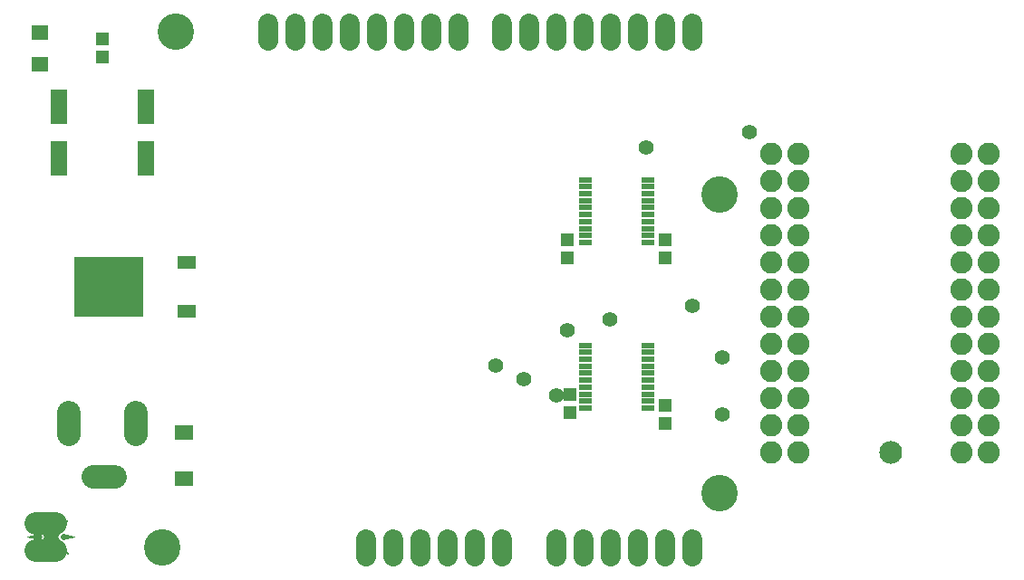
<source format=gts>
G75*
G70*
%OFA0B0*%
%FSLAX24Y24*%
%IPPOS*%
%LPD*%
%AMOC8*
5,1,8,0,0,1.08239X$1,22.5*
%
%ADD10C,0.1340*%
%ADD11C,0.0720*%
%ADD12C,0.0820*%
%ADD13R,0.2521X0.2206*%
%ADD14R,0.0710X0.0474*%
%ADD15R,0.0631X0.1261*%
%ADD16C,0.0010*%
%ADD17R,0.0470X0.0200*%
%ADD18R,0.0474X0.0513*%
%ADD19C,0.0867*%
%ADD20R,0.0659X0.0580*%
%ADD21R,0.0631X0.0552*%
%ADD22C,0.0820*%
%ADD23C,0.0556*%
%ADD24C,0.0840*%
D10*
X006900Y001550D03*
X027400Y003550D03*
X027400Y014550D03*
X007400Y020550D03*
D11*
X010800Y020870D02*
X010800Y020230D01*
X011800Y020230D02*
X011800Y020870D01*
X012800Y020870D02*
X012800Y020230D01*
X013800Y020230D02*
X013800Y020870D01*
X014800Y020870D02*
X014800Y020230D01*
X015800Y020230D02*
X015800Y020870D01*
X016800Y020870D02*
X016800Y020230D01*
X017800Y020230D02*
X017800Y020870D01*
X019400Y020870D02*
X019400Y020230D01*
X020400Y020230D02*
X020400Y020870D01*
X021400Y020870D02*
X021400Y020230D01*
X022400Y020230D02*
X022400Y020870D01*
X023400Y020870D02*
X023400Y020230D01*
X024400Y020230D02*
X024400Y020870D01*
X025400Y020870D02*
X025400Y020230D01*
X026400Y020230D02*
X026400Y020870D01*
X026400Y001870D02*
X026400Y001230D01*
X025400Y001230D02*
X025400Y001870D01*
X024400Y001870D02*
X024400Y001230D01*
X023400Y001230D02*
X023400Y001870D01*
X022400Y001870D02*
X022400Y001230D01*
X021400Y001230D02*
X021400Y001870D01*
X019400Y001870D02*
X019400Y001230D01*
X018400Y001230D02*
X018400Y001870D01*
X017400Y001870D02*
X017400Y001230D01*
X016400Y001230D02*
X016400Y001870D01*
X015400Y001870D02*
X015400Y001230D01*
X014400Y001230D02*
X014400Y001870D01*
D12*
X029300Y005050D03*
X030300Y005050D03*
X030300Y006050D03*
X029300Y006050D03*
X029300Y007050D03*
X030300Y007050D03*
X030300Y008050D03*
X029300Y008050D03*
X029300Y009050D03*
X030300Y009050D03*
X030300Y010050D03*
X029300Y010050D03*
X029300Y011050D03*
X030300Y011050D03*
X030300Y012050D03*
X029300Y012050D03*
X029300Y013050D03*
X030300Y013050D03*
X030300Y014050D03*
X029300Y014050D03*
X029300Y015050D03*
X030300Y015050D03*
X030300Y016050D03*
X029300Y016050D03*
X036300Y016050D03*
X037300Y016050D03*
X037300Y015050D03*
X036300Y015050D03*
X036300Y014050D03*
X037300Y014050D03*
X037300Y013050D03*
X036300Y013050D03*
X036300Y012050D03*
X037300Y012050D03*
X037300Y011050D03*
X036300Y011050D03*
X036300Y010050D03*
X037300Y010050D03*
X037300Y009050D03*
X036300Y009050D03*
X036300Y008050D03*
X037300Y008050D03*
X037300Y007050D03*
X036300Y007050D03*
X036300Y006050D03*
X037300Y006050D03*
X037300Y005050D03*
X036300Y005050D03*
D13*
X004916Y011150D03*
D14*
X007790Y010252D03*
X007790Y012048D03*
D15*
X006300Y015905D03*
X003100Y015905D03*
X003100Y017795D03*
X006300Y017795D03*
D16*
X002800Y001740D02*
X002190Y001340D01*
X002570Y001960D01*
X002190Y002560D01*
X002800Y002180D01*
X003400Y002570D01*
X003020Y001960D01*
X003420Y001330D01*
X002800Y001740D01*
X002813Y001732D02*
X003165Y001732D01*
X003160Y001740D02*
X002435Y001740D01*
X002430Y001732D02*
X002787Y001732D01*
X002774Y001723D02*
X002425Y001723D01*
X002420Y001715D02*
X002761Y001715D01*
X002748Y001706D02*
X002414Y001706D01*
X002409Y001698D02*
X002735Y001698D01*
X002722Y001689D02*
X002404Y001689D01*
X002399Y001681D02*
X002709Y001681D01*
X002696Y001672D02*
X002394Y001672D01*
X002388Y001664D02*
X002683Y001664D01*
X002670Y001655D02*
X002383Y001655D01*
X002378Y001647D02*
X002657Y001647D01*
X002644Y001638D02*
X002373Y001638D01*
X002367Y001630D02*
X002632Y001630D01*
X002619Y001621D02*
X002362Y001621D01*
X002357Y001613D02*
X002606Y001613D01*
X002593Y001604D02*
X002352Y001604D01*
X002347Y001596D02*
X002580Y001596D01*
X002567Y001587D02*
X002341Y001587D01*
X002336Y001579D02*
X002554Y001579D01*
X002541Y001570D02*
X002331Y001570D01*
X002326Y001562D02*
X002528Y001562D01*
X002515Y001553D02*
X002321Y001553D01*
X002315Y001545D02*
X002502Y001545D01*
X002489Y001536D02*
X002310Y001536D01*
X002305Y001528D02*
X002476Y001528D01*
X002463Y001519D02*
X002300Y001519D01*
X002295Y001511D02*
X002450Y001511D01*
X002437Y001502D02*
X002289Y001502D01*
X002284Y001494D02*
X002424Y001494D01*
X002411Y001485D02*
X002279Y001485D01*
X002274Y001477D02*
X002398Y001477D01*
X002385Y001468D02*
X002268Y001468D01*
X002263Y001460D02*
X002372Y001460D01*
X002359Y001451D02*
X002258Y001451D01*
X002253Y001443D02*
X002346Y001443D01*
X002333Y001434D02*
X002248Y001434D01*
X002242Y001426D02*
X002320Y001426D01*
X002307Y001417D02*
X002237Y001417D01*
X002232Y001409D02*
X002294Y001409D01*
X002282Y001400D02*
X002227Y001400D01*
X002222Y001392D02*
X002269Y001392D01*
X002256Y001383D02*
X002216Y001383D01*
X002211Y001375D02*
X002243Y001375D01*
X002230Y001366D02*
X002206Y001366D01*
X002201Y001358D02*
X002217Y001358D01*
X002204Y001349D02*
X002196Y001349D01*
X002191Y001341D02*
X002190Y001341D01*
X002440Y001749D02*
X003154Y001749D01*
X003149Y001757D02*
X002446Y001757D01*
X002451Y001766D02*
X003143Y001766D01*
X003138Y001774D02*
X002456Y001774D01*
X002461Y001783D02*
X003133Y001783D01*
X003127Y001791D02*
X002466Y001791D01*
X002472Y001800D02*
X003122Y001800D01*
X003116Y001808D02*
X002477Y001808D01*
X002482Y001817D02*
X003111Y001817D01*
X003106Y001825D02*
X002487Y001825D01*
X002492Y001834D02*
X003100Y001834D01*
X003095Y001842D02*
X002498Y001842D01*
X002503Y001851D02*
X003090Y001851D01*
X003084Y001859D02*
X002508Y001859D01*
X002513Y001868D02*
X003079Y001868D01*
X003073Y001876D02*
X002519Y001876D01*
X002524Y001885D02*
X003068Y001885D01*
X003063Y001893D02*
X002529Y001893D01*
X002534Y001902D02*
X003057Y001902D01*
X003052Y001910D02*
X002539Y001910D01*
X002545Y001919D02*
X003046Y001919D01*
X003041Y001927D02*
X002550Y001927D01*
X002555Y001936D02*
X003036Y001936D01*
X003030Y001944D02*
X002560Y001944D01*
X002565Y001953D02*
X003025Y001953D01*
X003021Y001961D02*
X002569Y001961D01*
X002564Y001970D02*
X003026Y001970D01*
X003031Y001978D02*
X002559Y001978D01*
X002553Y001987D02*
X003037Y001987D01*
X003042Y001995D02*
X002548Y001995D01*
X002542Y002004D02*
X003047Y002004D01*
X003052Y002012D02*
X002537Y002012D01*
X002532Y002021D02*
X003058Y002021D01*
X003063Y002029D02*
X002526Y002029D01*
X002521Y002038D02*
X003068Y002038D01*
X003074Y002046D02*
X002516Y002046D01*
X002510Y002055D02*
X003079Y002055D01*
X003084Y002063D02*
X002505Y002063D01*
X002499Y002072D02*
X003089Y002072D01*
X003095Y002080D02*
X002494Y002080D01*
X002489Y002089D02*
X003100Y002089D01*
X003105Y002097D02*
X002483Y002097D01*
X002478Y002106D02*
X003111Y002106D01*
X003116Y002114D02*
X002472Y002114D01*
X002467Y002123D02*
X003121Y002123D01*
X003127Y002131D02*
X002462Y002131D01*
X002456Y002140D02*
X003132Y002140D01*
X003137Y002148D02*
X002451Y002148D01*
X002446Y002157D02*
X003142Y002157D01*
X003148Y002165D02*
X002440Y002165D01*
X002435Y002174D02*
X003153Y002174D01*
X003158Y002182D02*
X002803Y002182D01*
X002797Y002182D02*
X002429Y002182D01*
X002424Y002191D02*
X002783Y002191D01*
X002769Y002199D02*
X002419Y002199D01*
X002413Y002208D02*
X002756Y002208D01*
X002742Y002216D02*
X002408Y002216D01*
X002402Y002225D02*
X002728Y002225D01*
X002715Y002233D02*
X002397Y002233D01*
X002392Y002242D02*
X002701Y002242D01*
X002688Y002250D02*
X002386Y002250D01*
X002381Y002259D02*
X002674Y002259D01*
X002660Y002267D02*
X002376Y002267D01*
X002370Y002276D02*
X002647Y002276D01*
X002633Y002284D02*
X002365Y002284D01*
X002359Y002293D02*
X002619Y002293D01*
X002606Y002301D02*
X002354Y002301D01*
X002349Y002310D02*
X002592Y002310D01*
X002578Y002318D02*
X002343Y002318D01*
X002338Y002327D02*
X002565Y002327D01*
X002551Y002335D02*
X002332Y002335D01*
X002327Y002344D02*
X002537Y002344D01*
X002524Y002352D02*
X002322Y002352D01*
X002316Y002361D02*
X002510Y002361D01*
X002497Y002369D02*
X002311Y002369D01*
X002306Y002378D02*
X002483Y002378D01*
X002469Y002386D02*
X002300Y002386D01*
X002295Y002395D02*
X002456Y002395D01*
X002442Y002403D02*
X002289Y002403D01*
X002284Y002412D02*
X002428Y002412D01*
X002415Y002420D02*
X002279Y002420D01*
X002273Y002429D02*
X002401Y002429D01*
X002387Y002437D02*
X002268Y002437D01*
X002262Y002446D02*
X002374Y002446D01*
X002360Y002454D02*
X002257Y002454D01*
X002252Y002463D02*
X002346Y002463D01*
X002333Y002471D02*
X002246Y002471D01*
X002241Y002480D02*
X002319Y002480D01*
X002305Y002488D02*
X002236Y002488D01*
X002230Y002497D02*
X002292Y002497D01*
X002278Y002505D02*
X002225Y002505D01*
X002219Y002514D02*
X002265Y002514D01*
X002251Y002522D02*
X002214Y002522D01*
X002209Y002531D02*
X002237Y002531D01*
X002224Y002539D02*
X002203Y002539D01*
X002198Y002548D02*
X002210Y002548D01*
X002196Y002556D02*
X002192Y002556D01*
X002714Y002446D02*
X002886Y002446D01*
X002884Y002454D02*
X002716Y002454D01*
X002718Y002463D02*
X002882Y002463D01*
X002880Y002471D02*
X002720Y002471D01*
X002722Y002480D02*
X002878Y002480D01*
X002877Y002488D02*
X002723Y002488D01*
X002725Y002497D02*
X002875Y002497D01*
X002873Y002505D02*
X002727Y002505D01*
X002729Y002514D02*
X002871Y002514D01*
X002869Y002522D02*
X002731Y002522D01*
X002733Y002531D02*
X002867Y002531D01*
X002865Y002539D02*
X002735Y002539D01*
X002736Y002548D02*
X002864Y002548D01*
X002862Y002556D02*
X002738Y002556D01*
X002740Y002565D02*
X002860Y002565D01*
X002858Y002573D02*
X002742Y002573D01*
X002744Y002582D02*
X002856Y002582D01*
X002854Y002590D02*
X002746Y002590D01*
X002748Y002599D02*
X002852Y002599D01*
X002851Y002607D02*
X002749Y002607D01*
X002751Y002616D02*
X002849Y002616D01*
X002847Y002624D02*
X002753Y002624D01*
X002755Y002633D02*
X002845Y002633D01*
X002843Y002641D02*
X002757Y002641D01*
X002759Y002650D02*
X002841Y002650D01*
X002840Y002658D02*
X002760Y002658D01*
X002762Y002667D02*
X002838Y002667D01*
X002836Y002675D02*
X002764Y002675D01*
X002766Y002684D02*
X002834Y002684D01*
X002832Y002692D02*
X002768Y002692D01*
X002770Y002701D02*
X002830Y002701D01*
X002828Y002709D02*
X002772Y002709D01*
X002773Y002718D02*
X002827Y002718D01*
X002825Y002726D02*
X002775Y002726D01*
X002777Y002735D02*
X002823Y002735D01*
X002821Y002743D02*
X002779Y002743D01*
X002781Y002752D02*
X002819Y002752D01*
X002817Y002760D02*
X002783Y002760D01*
X002784Y002769D02*
X002816Y002769D01*
X002814Y002777D02*
X002786Y002777D01*
X002788Y002786D02*
X002812Y002786D01*
X002810Y002794D02*
X002790Y002794D01*
X002792Y002803D02*
X002808Y002803D01*
X002806Y002811D02*
X002794Y002811D01*
X002796Y002820D02*
X002804Y002820D01*
X002803Y002828D02*
X002797Y002828D01*
X002799Y002837D02*
X002801Y002837D01*
X002800Y002840D02*
X002900Y002380D01*
X002800Y002320D01*
X002700Y002380D01*
X002800Y002840D01*
X002712Y002437D02*
X002888Y002437D01*
X002889Y002429D02*
X002711Y002429D01*
X002709Y002420D02*
X002891Y002420D01*
X002893Y002412D02*
X002707Y002412D01*
X002705Y002403D02*
X002895Y002403D01*
X002897Y002395D02*
X002703Y002395D01*
X002701Y002386D02*
X002899Y002386D01*
X002896Y002378D02*
X002704Y002378D01*
X002718Y002369D02*
X002882Y002369D01*
X002868Y002361D02*
X002732Y002361D01*
X002747Y002352D02*
X002853Y002352D01*
X002839Y002344D02*
X002761Y002344D01*
X002775Y002335D02*
X002825Y002335D01*
X002811Y002327D02*
X002789Y002327D01*
X002855Y002216D02*
X003180Y002216D01*
X003185Y002225D02*
X002869Y002225D01*
X002882Y002233D02*
X003190Y002233D01*
X003195Y002242D02*
X002895Y002242D01*
X002908Y002250D02*
X003201Y002250D01*
X003206Y002259D02*
X002921Y002259D01*
X002934Y002267D02*
X003211Y002267D01*
X003217Y002276D02*
X002947Y002276D01*
X002960Y002284D02*
X003222Y002284D01*
X003227Y002293D02*
X002973Y002293D01*
X002986Y002301D02*
X003232Y002301D01*
X003238Y002310D02*
X002999Y002310D01*
X003012Y002318D02*
X003243Y002318D01*
X003248Y002327D02*
X003025Y002327D01*
X003039Y002335D02*
X003254Y002335D01*
X003259Y002344D02*
X003052Y002344D01*
X003065Y002352D02*
X003264Y002352D01*
X003270Y002361D02*
X003078Y002361D01*
X003091Y002369D02*
X003275Y002369D01*
X003280Y002378D02*
X003104Y002378D01*
X003117Y002386D02*
X003285Y002386D01*
X003291Y002395D02*
X003130Y002395D01*
X003143Y002403D02*
X003296Y002403D01*
X003301Y002412D02*
X003156Y002412D01*
X003169Y002420D02*
X003307Y002420D01*
X003312Y002429D02*
X003182Y002429D01*
X003195Y002437D02*
X003317Y002437D01*
X003322Y002446D02*
X003209Y002446D01*
X003222Y002454D02*
X003328Y002454D01*
X003333Y002463D02*
X003235Y002463D01*
X003248Y002471D02*
X003338Y002471D01*
X003344Y002480D02*
X003261Y002480D01*
X003274Y002488D02*
X003349Y002488D01*
X003354Y002497D02*
X003287Y002497D01*
X003300Y002505D02*
X003360Y002505D01*
X003365Y002514D02*
X003313Y002514D01*
X003326Y002522D02*
X003370Y002522D01*
X003375Y002531D02*
X003339Y002531D01*
X003352Y002539D02*
X003381Y002539D01*
X003386Y002548D02*
X003365Y002548D01*
X003379Y002556D02*
X003391Y002556D01*
X003392Y002565D02*
X003397Y002565D01*
X003174Y002208D02*
X002842Y002208D01*
X002829Y002199D02*
X003169Y002199D01*
X003164Y002191D02*
X002816Y002191D01*
X003161Y001961D02*
X003655Y001961D01*
X003660Y001960D02*
X003220Y002050D01*
X003160Y001960D01*
X003220Y001870D01*
X003660Y001960D01*
X003624Y001953D02*
X003165Y001953D01*
X003171Y001944D02*
X003582Y001944D01*
X003572Y001978D02*
X003172Y001978D01*
X003166Y001970D02*
X003613Y001970D01*
X003540Y001936D02*
X003176Y001936D01*
X003182Y001927D02*
X003499Y001927D01*
X003457Y001919D02*
X003188Y001919D01*
X003193Y001910D02*
X003416Y001910D01*
X003374Y001902D02*
X003199Y001902D01*
X003205Y001893D02*
X003333Y001893D01*
X003291Y001885D02*
X003210Y001885D01*
X003216Y001876D02*
X003250Y001876D01*
X003178Y001987D02*
X003530Y001987D01*
X003489Y001995D02*
X003183Y001995D01*
X003189Y002004D02*
X003447Y002004D01*
X003406Y002012D02*
X003195Y002012D01*
X003200Y002021D02*
X003364Y002021D01*
X003322Y002029D02*
X003206Y002029D01*
X003212Y002038D02*
X003281Y002038D01*
X003239Y002046D02*
X003217Y002046D01*
X003170Y001723D02*
X002826Y001723D01*
X002839Y001715D02*
X003176Y001715D01*
X003181Y001706D02*
X002851Y001706D01*
X002864Y001698D02*
X003187Y001698D01*
X003192Y001689D02*
X002877Y001689D01*
X002890Y001681D02*
X003197Y001681D01*
X003203Y001672D02*
X002903Y001672D01*
X002916Y001664D02*
X003208Y001664D01*
X003214Y001655D02*
X002928Y001655D01*
X002941Y001647D02*
X003219Y001647D01*
X003224Y001638D02*
X002954Y001638D01*
X002967Y001630D02*
X003230Y001630D01*
X003235Y001621D02*
X002980Y001621D01*
X002993Y001613D02*
X003241Y001613D01*
X003246Y001604D02*
X003006Y001604D01*
X003018Y001596D02*
X003251Y001596D01*
X003257Y001587D02*
X003031Y001587D01*
X003044Y001579D02*
X003262Y001579D01*
X003268Y001570D02*
X003057Y001570D01*
X003070Y001562D02*
X003273Y001562D01*
X003278Y001553D02*
X003083Y001553D01*
X003096Y001545D02*
X003284Y001545D01*
X003289Y001536D02*
X003108Y001536D01*
X003121Y001528D02*
X003295Y001528D01*
X003300Y001519D02*
X003134Y001519D01*
X003147Y001511D02*
X003305Y001511D01*
X003311Y001502D02*
X003160Y001502D01*
X003173Y001494D02*
X003316Y001494D01*
X003322Y001485D02*
X003186Y001485D01*
X003198Y001477D02*
X003327Y001477D01*
X003332Y001468D02*
X003211Y001468D01*
X003224Y001460D02*
X003338Y001460D01*
X003343Y001451D02*
X003237Y001451D01*
X003250Y001443D02*
X003349Y001443D01*
X003354Y001434D02*
X003263Y001434D01*
X003276Y001426D02*
X003359Y001426D01*
X003365Y001417D02*
X003288Y001417D01*
X003301Y001409D02*
X003370Y001409D01*
X003376Y001400D02*
X003314Y001400D01*
X003327Y001392D02*
X003381Y001392D01*
X003386Y001383D02*
X003340Y001383D01*
X003353Y001375D02*
X003392Y001375D01*
X003397Y001366D02*
X003366Y001366D01*
X003378Y001358D02*
X003403Y001358D01*
X003408Y001349D02*
X003391Y001349D01*
X003404Y001341D02*
X003413Y001341D01*
X003417Y001332D02*
X003419Y001332D01*
X002884Y001451D02*
X002716Y001451D01*
X002718Y001443D02*
X002882Y001443D01*
X002880Y001434D02*
X002720Y001434D01*
X002721Y001426D02*
X002879Y001426D01*
X002877Y001417D02*
X002723Y001417D01*
X002725Y001409D02*
X002875Y001409D01*
X002873Y001400D02*
X002727Y001400D01*
X002729Y001392D02*
X002871Y001392D01*
X002869Y001383D02*
X002731Y001383D01*
X002733Y001375D02*
X002867Y001375D01*
X002865Y001366D02*
X002735Y001366D01*
X002737Y001358D02*
X002863Y001358D01*
X002861Y001349D02*
X002739Y001349D01*
X002741Y001341D02*
X002859Y001341D01*
X002857Y001332D02*
X002743Y001332D01*
X002745Y001324D02*
X002855Y001324D01*
X002853Y001315D02*
X002747Y001315D01*
X002749Y001307D02*
X002851Y001307D01*
X002850Y001298D02*
X002750Y001298D01*
X002752Y001290D02*
X002848Y001290D01*
X002846Y001281D02*
X002754Y001281D01*
X002756Y001273D02*
X002844Y001273D01*
X002842Y001264D02*
X002758Y001264D01*
X002760Y001256D02*
X002840Y001256D01*
X002838Y001247D02*
X002762Y001247D01*
X002764Y001239D02*
X002836Y001239D01*
X002834Y001230D02*
X002766Y001230D01*
X002768Y001222D02*
X002832Y001222D01*
X002830Y001213D02*
X002770Y001213D01*
X002772Y001205D02*
X002828Y001205D01*
X002826Y001196D02*
X002774Y001196D01*
X002776Y001188D02*
X002824Y001188D01*
X002823Y001179D02*
X002777Y001179D01*
X002779Y001171D02*
X002821Y001171D01*
X002819Y001162D02*
X002781Y001162D01*
X002783Y001154D02*
X002817Y001154D01*
X002815Y001145D02*
X002785Y001145D01*
X002787Y001137D02*
X002813Y001137D01*
X002811Y001128D02*
X002789Y001128D01*
X002791Y001120D02*
X002809Y001120D01*
X002807Y001111D02*
X002793Y001111D01*
X002795Y001103D02*
X002805Y001103D01*
X002803Y001094D02*
X002797Y001094D01*
X002799Y001086D02*
X002801Y001086D01*
X002800Y001080D02*
X002900Y001520D01*
X002800Y001590D01*
X002700Y001520D01*
X002800Y001080D01*
X002714Y001460D02*
X002886Y001460D01*
X002888Y001468D02*
X002712Y001468D01*
X002710Y001477D02*
X002890Y001477D01*
X002892Y001485D02*
X002708Y001485D01*
X002706Y001494D02*
X002894Y001494D01*
X002896Y001502D02*
X002704Y001502D01*
X002702Y001511D02*
X002898Y001511D01*
X002900Y001519D02*
X002700Y001519D01*
X002711Y001528D02*
X002889Y001528D01*
X002877Y001536D02*
X002723Y001536D01*
X002735Y001545D02*
X002865Y001545D01*
X002853Y001553D02*
X002747Y001553D01*
X002759Y001562D02*
X002841Y001562D01*
X002829Y001570D02*
X002771Y001570D01*
X002784Y001579D02*
X002816Y001579D01*
X002804Y001587D02*
X002796Y001587D01*
X002380Y001870D02*
X002440Y001960D01*
X002380Y002050D01*
X001920Y001960D01*
X002380Y001870D01*
X002384Y001876D02*
X002349Y001876D01*
X002390Y001885D02*
X002306Y001885D01*
X002262Y001893D02*
X002395Y001893D01*
X002401Y001902D02*
X002219Y001902D01*
X002175Y001910D02*
X002407Y001910D01*
X002412Y001919D02*
X002132Y001919D01*
X002088Y001927D02*
X002418Y001927D01*
X002424Y001936D02*
X002045Y001936D01*
X002002Y001944D02*
X002429Y001944D01*
X002435Y001953D02*
X001958Y001953D01*
X001969Y001970D02*
X002434Y001970D01*
X002428Y001978D02*
X002012Y001978D01*
X002056Y001987D02*
X002422Y001987D01*
X002417Y001995D02*
X002099Y001995D01*
X002143Y002004D02*
X002411Y002004D01*
X002405Y002012D02*
X002186Y002012D01*
X002229Y002021D02*
X002400Y002021D01*
X002394Y002029D02*
X002273Y002029D01*
X002316Y002038D02*
X002388Y002038D01*
X002383Y002046D02*
X002360Y002046D01*
X002439Y001961D02*
X001925Y001961D01*
D17*
X022451Y006698D03*
X022451Y006954D03*
X022451Y007210D03*
X022451Y007466D03*
X022451Y007722D03*
X022451Y007978D03*
X022451Y008234D03*
X022451Y008490D03*
X022451Y008746D03*
X022451Y009002D03*
X024749Y009002D03*
X024749Y008746D03*
X024749Y008490D03*
X024749Y008234D03*
X024749Y007978D03*
X024749Y007722D03*
X024749Y007466D03*
X024749Y007210D03*
X024749Y006954D03*
X024749Y006698D03*
X024749Y012798D03*
X024749Y013054D03*
X024749Y013310D03*
X024749Y013566D03*
X024749Y013822D03*
X024749Y014078D03*
X024749Y014334D03*
X024749Y014590D03*
X024749Y014846D03*
X024749Y015102D03*
X022451Y015102D03*
X022451Y014846D03*
X022451Y014590D03*
X022451Y014334D03*
X022451Y014078D03*
X022451Y013822D03*
X022451Y013566D03*
X022451Y013310D03*
X022451Y013054D03*
X022451Y012798D03*
D18*
X021800Y012885D03*
X021800Y012215D03*
X025400Y012215D03*
X025400Y012885D03*
X021900Y007185D03*
X021900Y006515D03*
X025400Y006785D03*
X025400Y006115D03*
X004700Y019615D03*
X004700Y020285D03*
D19*
X005933Y006528D02*
X005933Y005741D01*
X003453Y005741D02*
X003453Y006528D01*
X004358Y004166D02*
X005146Y004166D01*
D20*
X007700Y004104D03*
X007700Y005796D03*
D21*
X002400Y019359D03*
X002400Y020541D03*
D22*
X002230Y002450D02*
X002970Y002450D01*
X002970Y001450D02*
X002230Y001450D01*
D23*
X019150Y008250D03*
X020200Y007750D03*
X021400Y007150D03*
X021800Y009550D03*
X023350Y009950D03*
X026400Y010450D03*
X027500Y008550D03*
X027500Y006450D03*
X024700Y016300D03*
X028500Y016850D03*
D24*
X033700Y005050D03*
M02*

</source>
